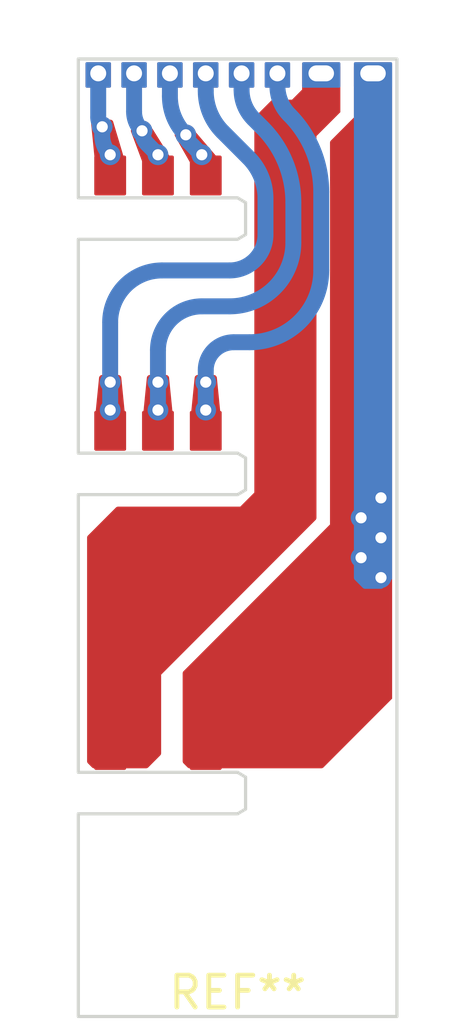
<source format=kicad_pcb>
(kicad_pcb (version 20211014) (generator pcbnew)
  (layers (0 "F.Cu" signal) (31 "B.Cu" signal) (34 "B.Paste" user) (35 "F.Paste" user) (36 "B.SilkS" user "B.Silkscreen") (37 "F.SilkS" user "F.Silkscreen") (38 "B.Mask" user) (39 "F.Mask" user) (44 "Edge.Cuts" user))
  (net 0 "")
  (footprint "MECHANICAL:ESR_INNER_HOLDER" (layer "F.Cu") (at 100 100)
    (fp_text reference "REF**" (at 0 -0.75 unlocked) (layer "F.SilkS"))
    (fp_text value "ESR_INNER_HOLDER")
    (fp_line (start 0.25 -17.5) (end 0.25 -16.5) (layer "Edge.Cuts") (width 0.1))
    (fp_line (start 0.25 -24.5) (end 0 -24.35) (layer "Edge.Cuts") (width 0.1))
    (fp_line (start -5 -6.35) (end -5 0) (layer "Edge.Cuts") (width 0.1))
    (fp_line (start 0.25 -25.5) (end 0 -25.65) (layer "Edge.Cuts") (width 0.1))
    (fp_line (start 0.25 -6.5) (end 0 -6.35) (layer "Edge.Cuts") (width 0.1))
    (fp_line (start 0.25 -17.5) (end 0 -17.65) (layer "Edge.Cuts") (width 0.1))
    (fp_line (start 0 -6.35) (end -5 -6.35) (layer "Edge.Cuts") (width 0.1))
    (fp_line (start -5 -24.35) (end -5 -17.65) (layer "Edge.Cuts") (width 0.1))
    (fp_line (start 0.25 -25.5) (end 0.25 -24.5) (layer "Edge.Cuts") (width 0.1))
    (fp_line (start -5 -17.65) (end 0 -17.65) (layer "Edge.Cuts") (width 0.1))
    (fp_line (start -5 -25.65) (end 0 -25.65) (layer "Edge.Cuts") (width 0.1))
    (fp_line (start 0.25 -7.5) (end 0.25 -6.5) (layer "Edge.Cuts") (width 0.1))
    (fp_line (start 0.25 -7.5) (end 0 -7.65) (layer "Edge.Cuts") (width 0.1))
    (fp_line (start -5 0) (end 5 0) (layer "Edge.Cuts") (width 0.1))
    (fp_line (start 0 -24.35) (end -5 -24.35) (layer "Edge.Cuts") (width 0.1))
    (fp_line (start -5 -30) (end -5 -25.65) (layer "Edge.Cuts") (width 0.1))
    (fp_line (start 5 0) (end 5 -30) (layer "Edge.Cuts") (width 0.1))
    (fp_line (start 0.25 -16.5) (end 0 -16.35) (layer "Edge.Cuts") (width 0.1))
    (fp_line (start 5 -30) (end -5 -30) (layer "Edge.Cuts") (width 0.1))
    (fp_line (start -5 -16.35) (end -5 -7.65) (layer "Edge.Cuts") (width 0.1))
    (fp_line (start 0 -16.35) (end -5 -16.35) (layer "Edge.Cuts") (width 0.1))
    (fp_line (start -5 -7.65) (end 0 -7.65) (layer "Edge.Cuts") (width 0.1))
    (pad "1" smd roundrect (at -1 -8.35 90) (size 1.25 1) (layers "F.Cu" "F.Paste" "F.Mask") (roundrect_rratio 0.05))
    (pad "3" smd roundrect (at -4 -8.35 90) (size 1.25 1) (layers "F.Cu" "F.Paste" "F.Mask") (roundrect_rratio 0.05))
    (pad "4" smd roundrect (at -1 -18.35 90) (size 1.25 1) (layers "F.Cu" "F.Paste" "F.Mask") (roundrect_rratio 0.05))
    (pad "5" smd roundrect (at -2.5 -18.35 90) (size 1.25 1) (layers "F.Cu" "F.Paste" "F.Mask") (roundrect_rratio 0.05))
    (pad "6" smd roundrect (at -4 -18.35 90) (size 1.25 1) (layers "F.Cu" "F.Paste" "F.Mask") (roundrect_rratio 0.05))
    (pad "7" smd roundrect (at -1 -26.35 90) (size 1.25 1) (layers "F.Cu" "F.Paste" "F.Mask") (roundrect_rratio 0.05))
    (pad "8" smd roundrect (at -2.5 -26.35 90) (size 1.25 1) (layers "F.Cu" "F.Paste" "F.Mask") (roundrect_rratio 0.05))
    (pad "9" smd roundrect (at -4 -26.35 90) (size 1.25 1) (layers "F.Cu" "F.Paste" "F.Mask") (roundrect_rratio 0.05))
    (pad "A" thru_hole roundrect (at -4.375 -29.55) (size 0.8 0.8) (drill 0.5 (offset 0 0.05)) (layers *.Cu *.Mask) (roundrect_rratio 0.05))
    (pad "B" thru_hole roundrect (at -3.25 -29.55) (size 0.8 0.8) (drill 0.5 (offset 0 0.05)) (layers *.Cu *.Mask) (roundrect_rratio 0.05))
    (pad "C" thru_hole roundrect (at -2.125 -29.55) (size 0.8 0.8) (drill 0.5 (offset 0 0.05)) (layers *.Cu *.Mask) (roundrect_rratio 0.05))
    (pad "D" thru_hole roundrect (at -1 -29.55) (size 0.8 0.8) (drill 0.5 (offset 0 0.05)) (layers *.Cu *.Mask) (roundrect_rratio 0.05))
    (pad "E" thru_hole roundrect (at 0.125 -29.55) (size 0.8 0.8) (drill 0.5 (offset 0 0.05)) (layers *.Cu *.Mask) (roundrect_rratio 0.05))
    (pad "F" thru_hole roundrect (at 1.25 -29.55) (size 0.8 0.8) (drill 0.5 (offset 0 0.05)) (layers *.Cu *.Mask) (roundrect_rratio 0.05))
    (pad "G" thru_hole roundrect (at 2.625 -29.55) (size 1.2 0.8) (drill oval 0.8 0.5 (offset 0 0.05)) (layers *.Cu *.Mask) (roundrect_rratio 0.05))
    (pad "H" thru_hole roundrect (at 4.25 -29.55) (size 1.2 0.8) (drill oval 0.8 0.5 (offset 0 0.05)) (layers *.Cu *.Mask) (roundrect_rratio 0.05))
  )
  (gr_poly (pts (xy 96.375 73.25) (xy 95.625 73.25) (xy 95.5 72) (xy 96 72)) (layer "F.Cu") (width 0.2) (fill solid))
  (gr_poly (pts (xy 97.875 73.25) (xy 97.125 73.25) (xy 96.75 72.25) (xy 97.25 72.25)) (layer "F.Cu") (width 0.2) (fill solid))
  (gr_poly (pts (xy 97.875 81.25) (xy 97.125 81.25) (xy 97.25 80) (xy 97.75 80)) (layer "F.Cu") (width 0.2) (fill solid))
  (gr_poly (pts (xy 103.125 71.625) (xy 102.375 72.375) (xy 102.375 84.375) (xy 97.5 89.25) (xy 97.5 91.75) (xy 97.125 92.125) (xy 95.5 92.125) (xy 95.375 92) (xy 95.375 85) (xy 96.25 84.125) (xy 100.125 84.125) (xy 100.625 83.625) (xy 100.625 71.875) (xy 101.125 71.375) (xy 101.75 71.375) (xy 102.125 71) (xy 102.125 70.25) (xy 103.125 70.25)) (layer "F.Cu") (width 0.2) (fill solid))
  (gr_poly (pts (xy 99.375 73.25) (xy 98.625 73.25) (xy 98.125 72.375) (xy 98.625 72.375)) (layer "F.Cu") (width 0.2) (fill solid))
  (gr_poly (pts (xy 104.75 90) (xy 102.625 92.125) (xy 98.5 92.125) (xy 98.375 92) (xy 98.375 89.25) (xy 103 84.625) (xy 103 72.625) (xy 103.75 71.875) (xy 103.75 70.25) (xy 104.75 70.25)) (layer "F.Cu") (width 0.2) (fill solid))
  (gr_poly (pts (xy 96.375 81.25) (xy 95.625 81.25) (xy 95.75 80) (xy 96.25 80)) (layer "F.Cu") (width 0.2) (fill solid))
  (gr_poly (pts (xy 99.375 81.25) (xy 98.625 81.25) (xy 98.75 80) (xy 99.25 80)) (layer "F.Cu") (width 0.2) (fill solid))
  (gr_poly (pts (xy 104.75 86.25) (xy 104.5 86.5) (xy 104 86.5) (xy 103.75 86.25) (xy 103.75 70.25) (xy 104.75 70.25)) (layer "B.Cu") (width 0.2) (fill solid))
  (via (at 98.375 72.375) (size 0.65) (drill 0.35) (layers "F.Cu" "B.Cu") (net 0))
  (via (at 97.5 80.125) (size 0.65) (drill 0.35) (layers "F.Cu" "B.Cu") (net 0))
  (via (at 104.5 83.75) (size 0.65) (drill 0.35) (layers "F.Cu" "B.Cu") (net 0))
  (via (at 104.5 85) (size 0.65) (drill 0.35) (layers "F.Cu" "B.Cu") (net 0))
  (via (at 104.5 86.25) (size 0.65) (drill 0.35) (layers "F.Cu" "B.Cu") (net 0))
  (via (at 98.875 73) (size 0.65) (drill 0.35) (layers "F.Cu" "B.Cu") (net 0))
  (via (at 96 81) (size 0.65) (drill 0.35) (layers "F.Cu" "B.Cu") (net 0))
  (via (at 99 81) (size 0.65) (drill 0.35) (layers "F.Cu" "B.Cu") (net 0))
  (via (at 97.5 73) (size 0.65) (drill 0.35) (layers "F.Cu" "B.Cu") (net 0))
  (via (at 103.875 84.375) (size 0.65) (drill 0.35) (layers "F.Cu" "B.Cu") (net 0))
  (via (at 96 73) (size 0.65) (drill 0.35) (layers "F.Cu" "B.Cu") (net 0))
  (via (at 95.75 72.125) (size 0.65) (drill 0.35) (layers "F.Cu" "B.Cu") (net 0))
  (via (at 96 80.125) (size 0.65) (drill 0.35) (layers "F.Cu" "B.Cu") (net 0))
  (via (at 97.5 81) (size 0.65) (drill 0.35) (layers "F.Cu" "B.Cu") (net 0))
  (via (at 97 72.25) (size 0.65) (drill 0.35) (layers "F.Cu" "B.Cu") (net 0))
  (via (at 103.875 85.625) (size 0.65) (drill 0.35) (layers "F.Cu" "B.Cu") (net 0))
  (via (at 99 80.125) (size 0.65) (drill 0.35) (layers "F.Cu" "B.Cu") (net 0))
  (segment (start 99.75 77.75) (end 98.875 77.75) (width 0.5) (layer "B.Cu") (net 0))
  (segment (start 100.5 71.875) (end 100.777728 72.152728) (width 0.5) (layer "B.Cu") (net 0))
  (segment (start 100.875 75.5) (end 100.875 74.375) (width 0.5) (layer "B.Cu") (net 0))
  (segment (start 95.625 71.823224) (end 95.625 70.45) (width 0.5) (layer "B.Cu") (net 0))
  (segment (start 97.625 76.625) (end 99.75 76.625) (width 0.5) (layer "B.Cu") (net 0))
  (segment (start 95.75 72.125) (end 95.75 72.396447) (width 0.5) (layer "B.Cu") (net 0))
  (segment (start 96 80.125) (end 96 81) (width 0.5) (layer "B.Cu") (net 0))
  (segment (start 101.75 74.5) (end 101.75 75.75) (width 0.5) (layer "B.Cu") (net 0))
  (segment (start 99 80.125) (end 99 81) (width 0.5) (layer "B.Cu") (net 0))
  (segment (start 102.625 74.164213) (end 102.625 76.625) (width 0.5) (layer "B.Cu") (net 0))
  (segment (start 100.34467 73.09467) (end 99.53033 72.28033) (width 0.5) (layer "B.Cu") (net 0))
  (segment (start 100.375 78.875) (end 99.875 78.875) (width 0.5) (layer "B.Cu") (net 0))
  (segment (start 97.176777 72.676776) (end 97.5 73) (width 0.5) (layer "B.Cu") (net 0))
  (segment (start 99 79.75) (end 99 80.125) (width 0.5) (layer "B.Cu") (net 0))
  (segment (start 100.125 70.45) (end 100.125 70.96967) (width 0.5) (layer "B.Cu") (net 0))
  (segment (start 97.875 71.167894) (end 97.875 70.45) (width 0.5) (layer "B.Cu") (net 0))
  (segment (start 98.875 73) (end 98.463389 72.588389) (width 0.5) (layer "B.Cu") (net 0))
  (segment (start 97.5 80.125) (end 97.5 81) (width 0.5) (layer "B.Cu") (net 0))
  (segment (start 96.75 70.45) (end 96.75 71.646447) (width 0.5) (layer "B.Cu") (net 0))
  (segment (start 99 71) (end 99 70.45) (width 0.5) (layer "B.Cu") (net 0))
  (segment (start 96 80.125) (end 96 78.25) (width 0.5) (layer "B.Cu") (net 0))
  (segment (start 97.5 79.125) (end 97.5 80.125) (width 0.5) (layer "B.Cu") (net 0))
  (segment (start 101.25 70.45) (end 101.25 70.84467) (width 0.5) (layer "B.Cu") (net 0))
  (arc (start 98.463389 72.588389) (mid 98.397971 72.490486) (end 98.375 72.375) (width 0.5) (layer "B.Cu") (net 0))
  (arc (start 100.875 74.375) (mid 100.737172 73.68209) (end 100.34467 73.09467) (width 0.5) (layer "B.Cu") (net 0))
  (arc (start 100.125 70.96967) (mid 100.22246 71.459631) (end 100.5 71.875) (width 0.5) (layer "B.Cu") (net 0))
  (arc (start 96.75 71.646447) (mid 96.814973 71.973087) (end 97 72.25) (width 0.5) (layer "B.Cu") (net 0))
  (arc (start 96 78.25) (mid 96.475951 77.100951) (end 97.625 76.625) (width 0.5) (layer "B.Cu") (net 0))
  (arc (start 101.25 70.84467) (mid 101.34746 71.334631) (end 101.625 71.75) (width 0.5) (layer "B.Cu") (net 0))
  (arc (start 98.375 72.375) (mid 98.004946 71.821175) (end 97.875 71.167894) (width 0.5) (layer "B.Cu") (net 0))
  (arc (start 99.875 78.875) (mid 99.256282 79.131282) (end 99 79.75) (width 0.5) (layer "B.Cu") (net 0))
  (arc (start 101.75 75.75) (mid 101.164214 77.164214) (end 99.75 77.75) (width 0.5) (layer "B.Cu") (net 0))
  (arc (start 100.777728 72.152728) (mid 101.497315 73.229666) (end 101.75 74.5) (width 0.5) (layer "B.Cu") (net 0))
  (arc (start 101.625 71.75) (mid 102.365108 72.85765) (end 102.625 74.164213) (width 0.5) (layer "B.Cu") (net 0))
  (arc (start 99.75 76.625) (mid 100.545495 76.295495) (end 100.875 75.5) (width 0.5) (layer "B.Cu") (net 0))
  (arc (start 97 72.25) (mid 97.045943 72.48097) (end 97.176777 72.676776) (width 0.5) (layer "B.Cu") (net 0))
  (arc (start 98.875 77.75) (mid 97.902728 78.152728) (end 97.5 79.125) (width 0.5) (layer "B.Cu") (net 0))
  (arc (start 99.53033 72.28033) (mid 99.137828 71.69291) (end 99 71) (width 0.5) (layer "B.Cu") (net 0))
  (arc (start 95.75 72.396447) (mid 95.814973 72.723087) (end 96 73) (width 0.5) (layer "B.Cu") (net 0))
  (arc (start 95.75 72.125) (mid 95.657486 71.986544) (end 95.625 71.823224) (width 0.5) (layer "B.Cu") (net 0))
  (arc (start 102.625 76.625) (mid 101.96599 78.21599) (end 100.375 78.875) (width 0.5) (layer "B.Cu") (net 0))
)
</source>
